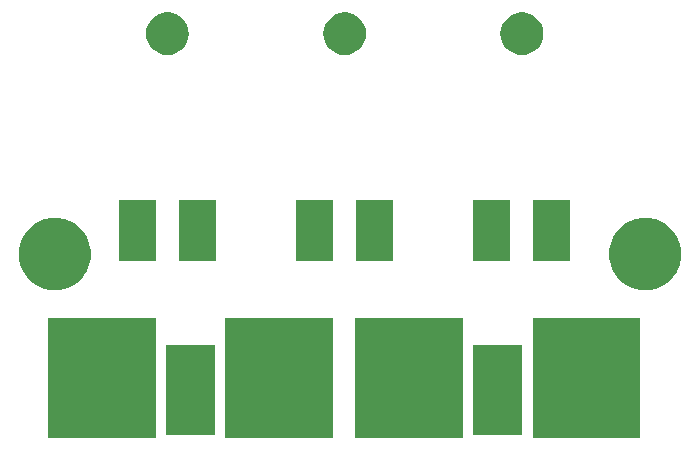
<source format=gbr>
%TF.GenerationSoftware,KiCad,Pcbnew,(5.1.4)-1*%
%TF.CreationDate,2021-01-21T23:44:22+08:00*%
%TF.ProjectId,Attenuator,41747465-6e75-4617-946f-722e6b696361,rev?*%
%TF.SameCoordinates,Original*%
%TF.FileFunction,Soldermask,Top*%
%TF.FilePolarity,Negative*%
%FSLAX46Y46*%
G04 Gerber Fmt 4.6, Leading zero omitted, Abs format (unit mm)*
G04 Created by KiCad (PCBNEW (5.1.4)-1) date 2021-01-21 23:44:22*
%MOMM*%
%LPD*%
G04 APERTURE LIST*
%ADD10C,0.350000*%
G04 APERTURE END LIST*
D10*
G36*
X61551000Y-43051000D02*
G01*
X55265999Y-43051000D01*
X55241613Y-43053402D01*
X55218164Y-43060515D01*
X55196553Y-43072066D01*
X55177611Y-43087611D01*
X55174830Y-43091000D01*
X52585170Y-43091000D01*
X52582389Y-43087611D01*
X52563447Y-43072066D01*
X52541836Y-43060515D01*
X52518387Y-43053402D01*
X52494001Y-43051000D01*
X52449000Y-43051000D01*
X52449000Y-32949000D01*
X61551000Y-32949000D01*
X61551000Y-43051000D01*
X61551000Y-43051000D01*
G37*
G36*
X46551000Y-43051000D02*
G01*
X46505999Y-43051000D01*
X46481613Y-43053402D01*
X46458164Y-43060515D01*
X46436553Y-43072066D01*
X46417611Y-43087611D01*
X46414830Y-43091000D01*
X43825170Y-43091000D01*
X43822389Y-43087611D01*
X43803447Y-43072066D01*
X43781836Y-43060515D01*
X43758387Y-43053402D01*
X43734001Y-43051000D01*
X37449000Y-43051000D01*
X37449000Y-32949000D01*
X46551000Y-32949000D01*
X46551000Y-43051000D01*
X46551000Y-43051000D01*
G37*
G36*
X87551000Y-43051000D02*
G01*
X81265999Y-43051000D01*
X81241613Y-43053402D01*
X81218164Y-43060515D01*
X81196553Y-43072066D01*
X81177611Y-43087611D01*
X81174830Y-43091000D01*
X78585170Y-43091000D01*
X78582389Y-43087611D01*
X78563447Y-43072066D01*
X78541836Y-43060515D01*
X78518387Y-43053402D01*
X78494001Y-43051000D01*
X78449000Y-43051000D01*
X78449000Y-32949000D01*
X87551000Y-32949000D01*
X87551000Y-43051000D01*
X87551000Y-43051000D01*
G37*
G36*
X72551000Y-43051000D02*
G01*
X72505999Y-43051000D01*
X72481613Y-43053402D01*
X72458164Y-43060515D01*
X72436553Y-43072066D01*
X72417611Y-43087611D01*
X72414830Y-43091000D01*
X69825170Y-43091000D01*
X69822389Y-43087611D01*
X69803447Y-43072066D01*
X69781836Y-43060515D01*
X69758387Y-43053402D01*
X69734001Y-43051000D01*
X63449000Y-43051000D01*
X63449000Y-32949000D01*
X72551000Y-32949000D01*
X72551000Y-43051000D01*
X72551000Y-43051000D01*
G37*
G36*
X77551000Y-42801000D02*
G01*
X76820999Y-42801000D01*
X76796613Y-42803402D01*
X76773164Y-42810515D01*
X76772257Y-42811000D01*
X74227743Y-42811000D01*
X74226836Y-42810515D01*
X74203387Y-42803402D01*
X74179001Y-42801000D01*
X73449000Y-42801000D01*
X73449000Y-35199000D01*
X77551000Y-35199000D01*
X77551000Y-42801000D01*
X77551000Y-42801000D01*
G37*
G36*
X51551000Y-42801000D02*
G01*
X50820999Y-42801000D01*
X50796613Y-42803402D01*
X50773164Y-42810515D01*
X50772257Y-42811000D01*
X48227743Y-42811000D01*
X48226836Y-42810515D01*
X48203387Y-42803402D01*
X48179001Y-42801000D01*
X47449000Y-42801000D01*
X47449000Y-35199000D01*
X51551000Y-35199000D01*
X51551000Y-42801000D01*
X51551000Y-42801000D01*
G37*
G36*
X38889943Y-24566248D02*
G01*
X39445189Y-24796238D01*
X39617497Y-24911371D01*
X39944899Y-25130134D01*
X40369866Y-25555101D01*
X40369867Y-25555103D01*
X40703762Y-26054811D01*
X40933752Y-26610057D01*
X41051000Y-27199501D01*
X41051000Y-27800499D01*
X40933752Y-28389943D01*
X40703762Y-28945189D01*
X40641872Y-29037814D01*
X40369866Y-29444899D01*
X39944899Y-29869866D01*
X39870736Y-29919420D01*
X39445189Y-30203762D01*
X38889943Y-30433752D01*
X38300499Y-30551000D01*
X37699501Y-30551000D01*
X37110057Y-30433752D01*
X36554811Y-30203762D01*
X36129264Y-29919420D01*
X36055101Y-29869866D01*
X35630134Y-29444899D01*
X35358128Y-29037814D01*
X35296238Y-28945189D01*
X35066248Y-28389943D01*
X34949000Y-27800499D01*
X34949000Y-27199501D01*
X35066248Y-26610057D01*
X35296238Y-26054811D01*
X35630133Y-25555103D01*
X35630134Y-25555101D01*
X36055101Y-25130134D01*
X36382503Y-24911371D01*
X36554811Y-24796238D01*
X37110057Y-24566248D01*
X37699501Y-24449000D01*
X38300499Y-24449000D01*
X38889943Y-24566248D01*
X38889943Y-24566248D01*
G37*
G36*
X88889943Y-24566248D02*
G01*
X89445189Y-24796238D01*
X89617497Y-24911371D01*
X89944899Y-25130134D01*
X90369866Y-25555101D01*
X90369867Y-25555103D01*
X90703762Y-26054811D01*
X90933752Y-26610057D01*
X91051000Y-27199501D01*
X91051000Y-27800499D01*
X90933752Y-28389943D01*
X90703762Y-28945189D01*
X90641872Y-29037814D01*
X90369866Y-29444899D01*
X89944899Y-29869866D01*
X89870736Y-29919420D01*
X89445189Y-30203762D01*
X88889943Y-30433752D01*
X88300499Y-30551000D01*
X87699501Y-30551000D01*
X87110057Y-30433752D01*
X86554811Y-30203762D01*
X86129264Y-29919420D01*
X86055101Y-29869866D01*
X85630134Y-29444899D01*
X85358128Y-29037814D01*
X85296238Y-28945189D01*
X85066248Y-28389943D01*
X84949000Y-27800499D01*
X84949000Y-27199501D01*
X85066248Y-26610057D01*
X85296238Y-26054811D01*
X85630133Y-25555103D01*
X85630134Y-25555101D01*
X86055101Y-25130134D01*
X86382503Y-24911371D01*
X86554811Y-24796238D01*
X87110057Y-24566248D01*
X87699501Y-24449000D01*
X88300499Y-24449000D01*
X88889943Y-24566248D01*
X88889943Y-24566248D01*
G37*
G36*
X46551000Y-28051000D02*
G01*
X43449000Y-28051000D01*
X43449000Y-22949000D01*
X46551000Y-22949000D01*
X46551000Y-28051000D01*
X46551000Y-28051000D01*
G37*
G36*
X81631000Y-28051000D02*
G01*
X78529000Y-28051000D01*
X78529000Y-22949000D01*
X81631000Y-22949000D01*
X81631000Y-28051000D01*
X81631000Y-28051000D01*
G37*
G36*
X76551000Y-28051000D02*
G01*
X73449000Y-28051000D01*
X73449000Y-22949000D01*
X76551000Y-22949000D01*
X76551000Y-28051000D01*
X76551000Y-28051000D01*
G37*
G36*
X51631000Y-28051000D02*
G01*
X48529000Y-28051000D01*
X48529000Y-22949000D01*
X51631000Y-22949000D01*
X51631000Y-28051000D01*
X51631000Y-28051000D01*
G37*
G36*
X61551000Y-28051000D02*
G01*
X58449000Y-28051000D01*
X58449000Y-22949000D01*
X61551000Y-22949000D01*
X61551000Y-28051000D01*
X61551000Y-28051000D01*
G37*
G36*
X66631000Y-28051000D02*
G01*
X63529000Y-28051000D01*
X63529000Y-22949000D01*
X66631000Y-22949000D01*
X66631000Y-28051000D01*
X66631000Y-28051000D01*
G37*
G36*
X77716669Y-7047686D02*
G01*
X77893058Y-7065059D01*
X78232548Y-7168042D01*
X78232550Y-7168043D01*
X78545422Y-7335277D01*
X78545424Y-7335278D01*
X78545423Y-7335278D01*
X78819661Y-7560339D01*
X79044722Y-7834577D01*
X79211958Y-8147452D01*
X79314941Y-8486942D01*
X79349714Y-8840000D01*
X79314941Y-9193058D01*
X79211958Y-9532548D01*
X79211957Y-9532550D01*
X79044723Y-9845422D01*
X78819661Y-10119661D01*
X78545422Y-10344723D01*
X78232550Y-10511957D01*
X78232548Y-10511958D01*
X77893058Y-10614941D01*
X77716669Y-10632314D01*
X77628476Y-10641000D01*
X77451524Y-10641000D01*
X77363331Y-10632314D01*
X77186942Y-10614941D01*
X76847452Y-10511958D01*
X76847450Y-10511957D01*
X76534578Y-10344723D01*
X76260339Y-10119661D01*
X76035277Y-9845422D01*
X75868043Y-9532550D01*
X75868042Y-9532548D01*
X75765059Y-9193058D01*
X75730286Y-8840000D01*
X75765059Y-8486942D01*
X75868042Y-8147452D01*
X76035278Y-7834577D01*
X76260339Y-7560339D01*
X76534577Y-7335278D01*
X76534576Y-7335278D01*
X76534578Y-7335277D01*
X76847450Y-7168043D01*
X76847452Y-7168042D01*
X77186942Y-7065059D01*
X77363331Y-7047686D01*
X77451524Y-7039000D01*
X77628476Y-7039000D01*
X77716669Y-7047686D01*
X77716669Y-7047686D01*
G37*
G36*
X62716669Y-7047686D02*
G01*
X62893058Y-7065059D01*
X63232548Y-7168042D01*
X63232550Y-7168043D01*
X63545422Y-7335277D01*
X63545424Y-7335278D01*
X63545423Y-7335278D01*
X63819661Y-7560339D01*
X64044722Y-7834577D01*
X64211958Y-8147452D01*
X64314941Y-8486942D01*
X64349714Y-8840000D01*
X64314941Y-9193058D01*
X64211958Y-9532548D01*
X64211957Y-9532550D01*
X64044723Y-9845422D01*
X63819661Y-10119661D01*
X63545422Y-10344723D01*
X63232550Y-10511957D01*
X63232548Y-10511958D01*
X62893058Y-10614941D01*
X62716669Y-10632314D01*
X62628476Y-10641000D01*
X62451524Y-10641000D01*
X62363331Y-10632314D01*
X62186942Y-10614941D01*
X61847452Y-10511958D01*
X61847450Y-10511957D01*
X61534578Y-10344723D01*
X61260339Y-10119661D01*
X61035277Y-9845422D01*
X60868043Y-9532550D01*
X60868042Y-9532548D01*
X60765059Y-9193058D01*
X60730286Y-8840000D01*
X60765059Y-8486942D01*
X60868042Y-8147452D01*
X61035278Y-7834577D01*
X61260339Y-7560339D01*
X61534577Y-7335278D01*
X61534576Y-7335278D01*
X61534578Y-7335277D01*
X61847450Y-7168043D01*
X61847452Y-7168042D01*
X62186942Y-7065059D01*
X62363331Y-7047686D01*
X62451524Y-7039000D01*
X62628476Y-7039000D01*
X62716669Y-7047686D01*
X62716669Y-7047686D01*
G37*
G36*
X47716669Y-7047686D02*
G01*
X47893058Y-7065059D01*
X48232548Y-7168042D01*
X48232550Y-7168043D01*
X48545422Y-7335277D01*
X48545424Y-7335278D01*
X48545423Y-7335278D01*
X48819661Y-7560339D01*
X49044722Y-7834577D01*
X49211958Y-8147452D01*
X49314941Y-8486942D01*
X49349714Y-8840000D01*
X49314941Y-9193058D01*
X49211958Y-9532548D01*
X49211957Y-9532550D01*
X49044723Y-9845422D01*
X48819661Y-10119661D01*
X48545422Y-10344723D01*
X48232550Y-10511957D01*
X48232548Y-10511958D01*
X47893058Y-10614941D01*
X47716669Y-10632314D01*
X47628476Y-10641000D01*
X47451524Y-10641000D01*
X47363331Y-10632314D01*
X47186942Y-10614941D01*
X46847452Y-10511958D01*
X46847450Y-10511957D01*
X46534578Y-10344723D01*
X46260339Y-10119661D01*
X46035277Y-9845422D01*
X45868043Y-9532550D01*
X45868042Y-9532548D01*
X45765059Y-9193058D01*
X45730286Y-8840000D01*
X45765059Y-8486942D01*
X45868042Y-8147452D01*
X46035278Y-7834577D01*
X46260339Y-7560339D01*
X46534577Y-7335278D01*
X46534576Y-7335278D01*
X46534578Y-7335277D01*
X46847450Y-7168043D01*
X46847452Y-7168042D01*
X47186942Y-7065059D01*
X47363331Y-7047686D01*
X47451524Y-7039000D01*
X47628476Y-7039000D01*
X47716669Y-7047686D01*
X47716669Y-7047686D01*
G37*
M02*

</source>
